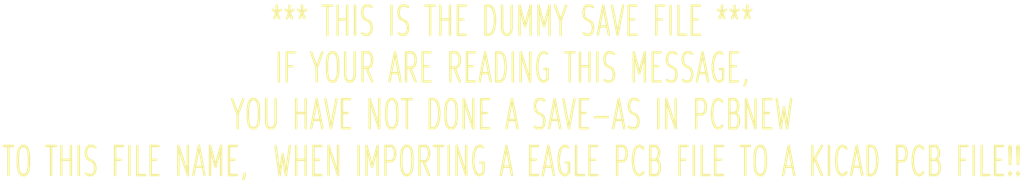
<source format=kicad_pcb>
(kicad_pcb (version 4) (host pcbnew "(2015-10-05 BZR 6247)-product")

  (general
    (links 0)
    (no_connects 0)
    (area 0 0 0 0)
    (thickness 1.6)
    (drawings 1)
    (tracks 0)
    (zones 0)
    (modules 0)
    (nets 1)
  )

  (page A4)
  (layers
    (0 F.Cu signal)
    (31 B.Cu signal)
    (32 B.Adhes user)
    (33 F.Adhes user)
    (34 B.Paste user)
    (35 F.Paste user)
    (36 B.SilkS user)
    (37 F.SilkS user)
    (38 B.Mask user)
    (39 F.Mask user)
    (40 Dwgs.User user)
    (41 Cmts.User user)
    (42 Eco1.User user)
    (43 Eco2.User user)
    (44 Edge.Cuts user)
    (45 Margin user)
    (46 B.CrtYd user)
    (47 F.CrtYd user)
    (48 B.Fab user)
    (49 F.Fab user)
  )

  (setup
    (last_trace_width 0.25)
    (trace_clearance 0.2)
    (zone_clearance 0.508)
    (zone_45_only no)
    (trace_min 0.2)
    (segment_width 0.2)
    (edge_width 0.15)
    (via_size 0.6)
    (via_drill 0.4)
    (via_min_size 0.4)
    (via_min_drill 0.3)
    (uvia_size 0.3)
    (uvia_drill 0.1)
    (uvias_allowed no)
    (uvia_min_size 0.2)
    (uvia_min_drill 0.1)
    (pcb_text_width 0.3)
    (pcb_text_size 1.5 1.5)
    (mod_edge_width 0.15)
    (mod_text_size 1 1)
    (mod_text_width 0.15)
    (pad_size 1.524 1.524)
    (pad_drill 0.762)
    (pad_to_mask_clearance 0.2)
    (aux_axis_origin 0 0)
    (visible_elements FFFFFF7F)
    (pcbplotparams
      (layerselection 0x00030_80000001)
      (usegerberextensions false)
      (excludeedgelayer true)
      (linewidth 0.100000)
      (plotframeref false)
      (viasonmask false)
      (mode 1)
      (useauxorigin false)
      (hpglpennumber 1)
      (hpglpenspeed 20)
      (hpglpendiameter 15)
      (hpglpenoverlay 2)
      (psnegative false)
      (psa4output false)
      (plotreference true)
      (plotvalue true)
      (plotinvisibletext false)
      (padsonsilk false)
      (subtractmaskfromsilk false)
      (outputformat 1)
      (mirror false)
      (drillshape 1)
      (scaleselection 1)
      (outputdirectory ""))
  )

  (net 0 "")

  (net_class Default "This is the default net class."
    (clearance 0.2)
    (trace_width 0.25)
    (via_dia 0.6)
    (via_drill 0.4)
    (uvia_dia 0.3)
    (uvia_drill 0.1)
  )

  (gr_text "*** THIS IS THE DUMMY SAVE FILE ***\nIF YOUR ARE READING THIS MESSAGE,\nYOU HAVE NOT DONE A SAVE-AS IN PCBNEW\nTO THIS FILE NAME,  WHEN IMPORTING A EAGLE PCB FILE TO A KICAD PCB FILE!!\n" (at 145.5166 92.7608) (layer F.SilkS)
    (effects (font (size 7 4) (thickness 0.6)))
  )

)

</source>
